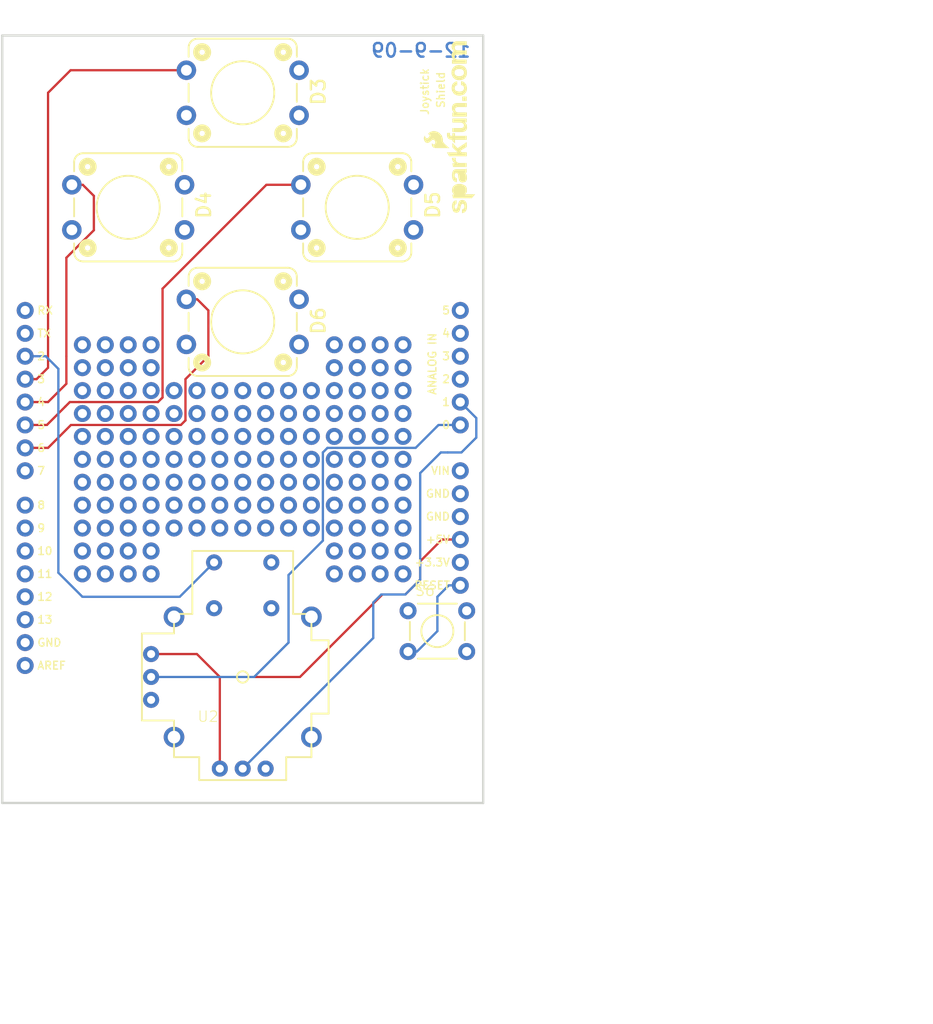
<source format=kicad_pcb>
(kicad_pcb (version 20211014) (generator pcbnew)
  (layers (0 "F.Cu" signal) (31 "B.Cu" signal) (34 "B.Paste" user) (35 "F.Paste" user) (36 "B.SilkS" user "B.Silkscreen") (37 "F.SilkS" user "F.Silkscreen") (38 "B.Mask" user) (39 "F.Mask" user) (44 "Edge.Cuts" user))
  (net 0 "")
  (net 1 "N$1")
  (net 2 "GND")
  (net 3 "5V")
  (net 4 "VERTICAL")
  (net 5 "HORIZONTAL")
  (net 6 "SEL")
  (net 7 "D3")
  (net 8 "D4")
  (net 9 "D5")
  (net 10 "D6")
  (net 11 "N$2")
  (net 12 "N$5")
  (net 13 "N$6")
  (net 14 "N$7")
  (net 15 "N$8")
  (net 16 "N$9")
  (net 17 "N$10")
  (net 18 "N$11")
  (net 19 "N$12")
  (net 20 "N$13")
  (net 21 "N$14")
  (net 22 "N$15")
  (net 23 "N$16")
  (net 24 "N$17")
  (net 25 "N$18")
  (net 26 "N$19")
  (net 27 "N$20")
  (net 28 "N$21")
  (net 29 "N$22")
  (net 30 "N$23")
  (net 31 "N$24")
  (net 32 "N$25")
  (net 33 "N$26")
  (net 34 "N$27")
  (net 35 "N$28")
  (net 36 "N$29")
  (net 37 "N$30")
  (net 38 "N$31")
  (net 39 "N$32")
  (net 40 "N$33")
  (net 41 "N$34")
  (net 42 "N$35")
  (net 43 "N$36")
  (net 44 "N$37")
  (net 45 "N$38")
  (net 46 "N$39")
  (net 47 "N$40")
  (net 48 "N$41")
  (net 49 "N$42")
  (net 50 "N$43")
  (net 51 "N$44")
  (net 52 "N$45")
  (net 53 "N$46")
  (net 54 "N$47")
  (net 55 "N$48")
  (net 56 "N$49")
  (net 57 "N$50")
  (net 58 "N$51")
  (net 59 "N$52")
  (net 60 "N$53")
  (net 61 "N$54")
  (net 62 "N$55")
  (net 63 "N$56")
  (net 64 "N$57")
  (net 65 "N$58")
  (net 66 "N$59")
  (net 67 "N$60")
  (net 68 "N$61")
  (net 69 "N$62")
  (net 70 "N$63")
  (net 71 "N$64")
  (net 72 "N$65")
  (net 73 "N$66")
  (net 74 "N$67")
  (net 75 "N$68")
  (net 76 "N$69")
  (net 77 "N$70")
  (net 78 "N$71")
  (net 79 "N$72")
  (net 80 "N$73")
  (net 81 "N$74")
  (net 82 "N$75")
  (net 83 "N$76")
  (net 84 "N$77")
  (net 85 "N$78")
  (net 86 "N$79")
  (net 87 "N$80")
  (net 88 "N$81")
  (net 89 "N$82")
  (net 90 "N$83")
  (net 91 "N$84")
  (net 92 "N$85")
  (net 93 "N$86")
  (net 94 "N$87")
  (net 95 "N$88")
  (net 96 "N$89")
  (net 97 "N$90")
  (net 98 "N$91")
  (net 99 "N$92")
  (net 100 "N$93")
  (net 101 "N$94")
  (net 102 "N$95")
  (net 103 "N$96")
  (net 104 "N$97")
  (net 105 "N$98")
  (net 106 "N$99")
  (net 107 "N$100")
  (net 108 "N$101")
  (net 109 "N$102")
  (net 110 "N$103")
  (net 111 "N$104")
  (net 112 "N$105")
  (net 113 "N$106")
  (net 114 "N$107")
  (net 115 "N$108")
  (net 116 "N$109")
  (net 117 "N$110")
  (net 118 "N$111")
  (net 119 "N$112")
  (net 120 "N$113")
  (net 121 "N$114")
  (net 122 "N$115")
  (net 123 "N$116")
  (net 124 "N$117")
  (net 125 "N$118")
  (net 126 "N$119")
  (net 127 "N$120")
  (net 128 "N$121")
  (net 129 "N$122")
  (net 130 "N$123")
  (net 131 "N$124")
  (net 132 "N$125")
  (net 133 "N$126")
  (net 134 "N$127")
  (net 135 "N$128")
  (net 136 "N$129")
  (net 137 "N$130")
  (net 138 "N$131")
  (net 139 "N$132")
  (net 140 "N$133")
  (net 141 "N$134")
  (net 142 "N$135")
  (net 143 "N$136")
  (net 144 "N$137")
  (net 145 "N$138")
  (net 146 "N$139")
  (net 147 "N$140")
  (net 148 "A2")
  (net 149 "A3")
  (net 150 "A4")
  (net 151 "A5")
  (net 152 "VIN")
  (net 153 "3.3V")
  (net 154 "AREF")
  (net 155 "RX")
  (net 156 "TX")
  (net 157 "D7")
  (net 158 "D8")
  (net 159 "D9")
  (net 160 "D10")
  (net 161 "D11")
  (net 162 "D12")
  (net 163 "D13")
  (footprint "boardEagle:TACTILE-PTH-12MM" (layer "F.Cu") (at 161.2011 81.5086 180)
    (fp_text reference "S3" hide)
    (fp_text value "" hide)
    (pad "1" thru_hole circle (at 6.25 2.5 180) (size 2.159 2.159) (drill 1.2) (layers *.Cu *.Mask) (net 9 "D5"))
    (pad "2" thru_hole circle (at -6.25 2.5 180) (size 2.159 2.159) (drill 1.2) (layers *.Cu *.Mask))
    (pad "3" thru_hole circle (at 6.25 -2.5 180) (size 2.159 2.159) (drill 1.2) (layers *.Cu *.Mask) (net 2 "GND"))
    (pad "4" thru_hole circle (at -6.25 -2.5 180) (size 2.159 2.159) (drill 1.2) (layers *.Cu *.Mask))
  )
  (footprint "boardEagle:DUEMILANOVE_SHIELD" (layer "F.Cu") (at 121.8311 147.5486)
    (fp_text reference "U1" hide)
    (fp_text value "ARDUINO_SHIELD" hide)
    (fp_text user "3" (at 3.81 -46.482) (layer "F.SilkS") (effects (font (size 0.8636 0.8636) (thickness 0.1524)) (justify left bottom)))
    (fp_text user "8" (at 3.81 -32.512) (layer "F.SilkS") (effects (font (size 0.8636 0.8636) (thickness 0.1524)) (justify left bottom)))
    (fp_text user "11" (at 3.81 -24.892) (layer "F.SilkS") (effects (font (size 0.8636 0.8636) (thickness 0.1524)) (justify left bottom)))
    (fp_text user "9" (at 3.81 -29.972) (layer "F.SilkS") (effects (font (size 0.8636 0.8636) (thickness 0.1524)) (justify left bottom)))
    (fp_text user "12" (at 3.81 -22.352) (layer "F.SilkS") (effects (font (size 0.8636 0.8636) (thickness 0.1524)) (justify left bottom)))
    (fp_text user "RESET" (at 49.7332 -24.638) (layer "F.SilkS") (effects (font (size 0.8636 0.8636) (thickness 0.1524)) (justify right top)))
    (fp_text user "13" (at 3.81 -19.812) (layer "F.SilkS") (effects (font (size 0.8636 0.8636) (thickness 0.1524)) (justify left bottom)))
    (fp_text user "6" (at 3.81 -38.862) (layer "F.SilkS") (effects (font (size 0.8636 0.8636) (thickness 0.1524)) (justify left bottom)))
    (fp_text user "2" (at 3.81 -49.022) (layer "F.SilkS") (effects (font (size 0.8636 0.8636) (thickness 0.1524)) (justify left bottom)))
    (fp_text user "VIN" (at 49.7332 -37.338) (layer "F.SilkS") (effects (font (size 0.8636 0.8636) (thickness 0.1524)) (justify right top)))
    (fp_text user "0" (at 49.7332 -42.418) (layer "F.SilkS") (effects (font (size 0.8636 0.8636) (thickness 0.1524)) (justify right top)))
    (fp_text user "4" (at 3.81 -43.942) (layer "F.SilkS") (effects (font (size 0.8636 0.8636) (thickness 0.1524)) (justify left bottom)))
    (fp_text user "5" (at 49.7332 -55.118) (layer "F.SilkS") (effects (font (size 0.8636 0.8636) (thickness 0.1524)) (justify right top)))
    (fp_text user "4" (at 49.7332 -52.578) (layer "F.SilkS") (effects (font (size 0.8636 0.8636) (thickness 0.1524)) (justify right top)))
    (fp_text user "GND" (at 49.7332 -32.258) (layer "F.SilkS") (effects (font (size 0.8636 0.8636) (thickness 0.1524)) (justify right top)))
    (fp_text user "10" (at 3.81 -27.432) (layer "F.SilkS") (effects (font (size 0.8636 0.8636) (thickness 0.1524)) (justify left bottom)))
    (fp_text user "AREF" (at 3.81 -14.732) (layer "F.SilkS") (effects (font (size 0.8636 0.8636) (thickness 0.1524)) (justify left bottom)))
    (fp_text user "7" (at 3.81 -36.322) (layer "F.SilkS") (effects (font (size 0.8636 0.8636) (thickness 0.1524)) (justify left bottom)))
    (fp_text user "GND" (at 3.81 -17.272) (layer "F.SilkS") (effects (font (size 0.8636 0.8636) (thickness 0.1524)) (justify left bottom)))
    (fp_text user "5" (at 3.81 -41.402) (layer "F.SilkS") (effects (font (size 0.8636 0.8636) (thickness 0.1524)) (justify left bottom)))
    (fp_text user "3" (at 49.7332 -50.038) (layer "F.SilkS") (effects (font (size 0.8636 0.8636) (thickness 0.1524)) (justify right top)))
    (fp_text user "2" (at 49.7332 -47.498) (layer "F.SilkS") (effects (font (size 0.8636 0.8636) (thickness 0.1524)) (justify right top)))
    (fp_text user "RX" (at 3.81 -54.102) (layer "F.SilkS") (effects (font (size 0.8636 0.8636) (thickness 0.1524)) (justify left bottom)))
    (fp_text user "1" (at 49.7332 -44.958) (layer "F.SilkS") (effects (font (size 0.8636 0.8636) (thickness 0.1524)) (justify right top)))
    (fp_text user "ANALOG IN" (at 47.1932 -52.197 90) (layer "F.SilkS") (effects (font (size 0.8636 0.8636) (thickness 0.1524)) (justify right top)))
    (fp_text user "GND" (at 49.7332 -34.798) (layer "F.SilkS") (effects (font (size 0.8636 0.8636) (thickness 0.1524)) (justify right top)))
    (fp_text user "+5V" (at 49.7332 -29.718) (layer "F.SilkS") (effects (font (size 0.8636 0.8636) (thickness 0.1524)) (justify right top)))
    (fp_text user "+3.3V" (at 49.7332 -27.178) (layer "F.SilkS") (effects (font (size 0.8636 0.8636) (thickness 0.1524)) (justify right top)))
    (fp_text user "TX" (at 3.81 -51.562) (layer "F.SilkS") (effects (font (size 0.8636 0.8636) (thickness 0.1524)) (justify left bottom)))
    (pad "" np_thru_hole circle (at 2.54 -6.35) (size 3.302 3.302) (drill 3.302) (layers *.Cu *.Mask))
    (pad "" np_thru_hole circle (at 45.72 -57.15) (size 3.302 3.302) (drill 3.302) (layers *.Cu *.Mask))
    (pad "3.3V" thru_hole circle (at 50.8 -26.67 90) (size 1.8796 1.8796) (drill 1.016) (layers *.Cu *.Mask) (net 153 "3.3V"))
    (pad "5V" thru_hole circle (at 50.8 -29.21 90) (size 1.8796 1.8796) (drill 1.016) (layers *.Cu *.Mask) (net 3 "5V"))
    (pad "A0" thru_hole circle (at 50.8 -41.91 90) (size 1.8796 1.8796) (drill 1.016) (layers *.Cu *.Mask) (net 4 "VERTICAL"))
    (pad "A1" thru_hole circle (at 50.8 -44.45 90) (size 1.8796 1.8796) (drill 1.016) (layers *.Cu *.Mask) (net 5 "HORIZONTAL"))
    (pad "A2" thru_hole circle (at 50.8 -46.99 90) (size 1.8796 1.8796) (drill 1.016) (layers *.Cu *.Mask) (net 148 "A2"))
    (pad "A3" thru_hole circle (at 50.8 -49.53 90) (size 1.8796 1.8796) (drill 1.016) (layers *.Cu *.Mask) (net 149 "A3"))
    (pad "A4" thru_hole circle (at 50.8 -52.07 90) (size 1.8796 1.8796) (drill 1.016) (layers *.Cu *.Mask) (net 150 "A4"))
    (pad "A5" thru_hole circle (at 50.8 -54.61 90) (size 1.8796 1.8796) (drill 1.016) (layers *.Cu *.Mask) (net 151 "A5"))
    (pad "AREF" thru_hole circle (at 2.54 -15.24 90) (size 1.8796 1.8796) (drill 1.016) (layers *.Cu *.Mask) (net 154 "AREF"))
    (pad "D2" thru_hole circle (at 2.54 -49.53 90) (size 1.8796 1.8796) (drill 1.016) (layers *.Cu *.Mask) (net 6 "SEL"))
    (pad "D3" thru_hole circle (at 2.54 -46.99 90) (size 1.8796 1.8796) (drill 1.016) (layers *.Cu *.Mask) (net 7 "D3"))
    (pad "D4" thru_hole circle (at 2.54 -44.45 90) (size 1.8796 1.8796) (drill 1.016) (layers *.Cu *.Mask) (net 8 "D4"))
    (pad "D5" thru_hole circle (at 2.54 -41.91 90) (size 1.8796 1.8796) (drill 1.016) (layers *.Cu *.Mask) (net 9 "D5"))
    (pad "D6" thru_hole circle (at 2.54 -39.37 90) (size 1.8796 1.8796) (drill 1.016) (layers *.Cu *.Mask) (net 10 "D6"))
    (pad "D7" thru_hole circle (at 2.54 -36.83 90) (size 1.8796 1.8796) (drill 1.016) (layers *.Cu *.Mask) (net 157 "D7"))
    (pad "D8" thru_hole circle (at 2.54 -33.02 90) (size 1.8796 1.8796) (drill 1.016) (layers *.Cu *.Mask) (net 158 "D8"))
    (pad "D9" thru_hole circle (at 2.54 -30.48 90) (size 1.8796 1.8796) (drill 1.016) (layers *.Cu *.Mask) (net 159 "D9"))
    (pad "D10" thru_hole circle (at 2.54 -27.94 90) (size 1.8796 1.8796) (drill 1.016) (layers *.Cu *.Mask) (net 160 "D10"))
    (pad "D11" thru_hole circle (at 2.54 -25.4 90) (size 1.8796 1.8796) (drill 1.016) (layers *.Cu *.Mask) (net 161 "D11"))
    (pad "D12" thru_hole circle (at 2.54 -22.86 90) (size 1.8796 1.8796) (drill 1.016) (layers *.Cu *.Mask) (net 162 "D12"))
    (pad "D13" thru_hole circle (at 2.54 -20.32 90) (size 1.8796 1.8796) (drill 1.016) (layers *.Cu *.Mask) (net 163 "D13"))
    (pad "GND@0" thru_hole circle (at 50.8 -31.75 90) (size 1.8796 1.8796) (drill 1.016) (layers *.Cu *.Mask) (net 2 "GND"))
    (pad "GND@1" thru_hole circle (at 50.8 -34.29 90) (size 1.8796 1.8796) (drill 1.016) (layers *.Cu *.Mask) (net 2 "GND"))
    (pad "GND@2" thru_hole circle (at 2.54 -17.78 90) (size 1.8796 1.8796) (drill 1.016) (layers *.Cu *.Mask) (net 2 "GND"))
    (pad "RES" thru_hole circle (at 50.8 -24.13 90) (size 1.8796 1.8796) (drill 1.016) (layers *.Cu *.Mask) (net 1 "N$1"))
    (pad "RX" thru_hole circle (at 2.54 -54.61 90) (size 1.8796 1.8796) (drill 1.016) (layers *.Cu *.Mask) (net 155 "RX"))
    (pad "TX" thru_hole circle (at 2.54 -52.07 90) (size 1.8796 1.8796) (drill 1.016) (layers *.Cu *.Mask) (net 156 "TX"))
    (pad "VIN" thru_hole circle (at 50.8 -36.83 90) (size 1.8796 1.8796) (drill 1.016) (layers *.Cu *.Mask) (net 152 "VIN"))
  )
  (footprint "boardEagle:TACTILE-PTH-12MM" (layer "F.Cu") (at 148.5011 94.2086 180)
    (fp_text reference "S4" hide)
    (fp_text value "" hide)
    (pad "1" thru_hole circle (at 6.25 2.5 180) (size 2.159 2.159) (drill 1.2) (layers *.Cu *.Mask) (net 10 "D6"))
    (pad "2" thru_hole circle (at -6.25 2.5 180) (size 2.159 2.159) (drill 1.2) (layers *.Cu *.Mask))
    (pad "3" thru_hole circle (at 6.25 -2.5 180) (size 2.159 2.159) (drill 1.2) (layers *.Cu *.Mask) (net 2 "GND"))
    (pad "4" thru_hole circle (at -6.25 -2.5 180) (size 2.159 2.159) (drill 1.2) (layers *.Cu *.Mask))
  )
  (footprint "boardEagle:TACTILE-PTH-12MM" (layer "F.Cu") (at 135.8011 81.5086 180)
    (fp_text reference "S2" hide)
    (fp_text value "" hide)
    (pad "1" thru_hole circle (at 6.25 2.5 180) (size 2.159 2.159) (drill 1.2) (layers *.Cu *.Mask) (net 8 "D4"))
    (pad "2" thru_hole circle (at -6.25 2.5 180) (size 2.159 2.159) (drill 1.2) (layers *.Cu *.Mask))
    (pad "3" thru_hole circle (at 6.25 -2.5 180) (size 2.159 2.159) (drill 1.2) (layers *.Cu *.Mask) (net 2 "GND"))
    (pad "4" thru_hole circle (at -6.25 -2.5 180) (size 2.159 2.159) (drill 1.2) (layers *.Cu *.Mask))
  )
  (footprint "boardEagle:CREATIVE_COMMONS" (layer "F.Cu") (at 142.1511 171.6786)
    (fp_text reference "U$3" hide)
    (fp_text value "CREATIVE_COMMONS" hide)
  )
  (footprint "boardEagle:TACTILE-PTH" (layer "F.Cu") (at 170.0911 128.4986)
    (fp_text reference "S6" (at -2.54 -3.81) (layer "F.SilkS") (effects (font (size 1.143 1.143) (thickness 0.127)) (justify left bottom)))
    (fp_text value "Reset" hide)
    (pad "1" thru_hole circle (at -3.2512 -2.2606) (size 1.8796 1.8796) (drill 1.016) (layers *.Cu *.Mask) (net 2 "GND"))
    (pad "2" thru_hole circle (at 3.2512 -2.2606) (size 1.8796 1.8796) (drill 1.016) (layers *.Cu *.Mask))
    (pad "3" thru_hole circle (at -3.2512 2.2606) (size 1.8796 1.8796) (drill 1.016) (layers *.Cu *.Mask) (net 1 "N$1"))
    (pad "4" thru_hole circle (at 3.2512 2.2606) (size 1.8796 1.8796) (drill 1.016) (layers *.Cu *.Mask))
  )
  (footprint "boardEagle:SFE-NEW-WEBLOGO" (layer "F.Cu") (at 174.2821 82.1436 90)
    (fp_text reference "JP1" hide)
    (fp_text value "LOGO-SFENEW" hide)
  )
  (footprint "boardEagle:JOYSTICK" (layer "F.Cu") (at 148.5011 133.5786)
    (fp_text reference "U2" (at -5.08 5.08) (layer "F.SilkS") (effects (font (size 1.1684 1.1684) (thickness 0.1016)) (justify left bottom)))
    (fp_text value "JOYSTICK")
    (pad "B1A" thru_hole circle (at -3.175 -12.7) (size 1.778 1.778) (drill 0.9) (layers *.Cu *.Mask) (net 6 "SEL"))
    (pad "B1B" thru_hole circle (at 3.175 -12.7) (size 1.778 1.778) (drill 0.9) (layers *.Cu *.Mask))
    (pad "B2A" thru_hole circle (at -3.175 -7.62) (size 1.778 1.778) (drill 0.9) (layers *.Cu *.Mask) (net 2 "GND"))
    (pad "B2B" thru_hole circle (at 3.175 -7.62) (size 1.778 1.778) (drill 0.9) (layers *.Cu *.Mask))
    (pad "H1" thru_hole circle (at -2.54 10.16) (size 1.778 1.778) (drill 0.889) (layers *.Cu *.Mask) (net 3 "5V"))
    (pad "H2" thru_hole circle (at 0 10.16) (size 1.778 1.778) (drill 0.889) (layers *.Cu *.Mask) (net 5 "HORIZONTAL"))
    (pad "H3" thru_hole circle (at 2.54 10.16) (size 1.778 1.778) (drill 0.889) (layers *.Cu *.Mask) (net 2 "GND"))
    (pad "MOUNT1" thru_hole circle (at -7.62 -6.6675) (size 2.286 2.286) (drill 1.397) (layers *.Cu *.Mask))
    (pad "MOUNT2" thru_hole circle (at -7.62 6.6675) (size 2.286 2.286) (drill 1.397) (layers *.Cu *.Mask))
    (pad "MOUNT3" thru_hole circle (at 7.62 6.6675) (size 2.286 2.286) (drill 1.397) (layers *.Cu *.Mask))
    (pad "MOUNT4" thru_hole circle (at 7.62 -6.6675) (size 2.286 2.286) (drill 1.397) (layers *.Cu *.Mask))
    (pad "V1" thru_hole circle (at -10.16 -2.54) (size 1.778 1.778) (drill 0.889) (layers *.Cu *.Mask) (net 3 "5V"))
    (pad "V2" thru_hole circle (at -10.16 0) (size 1.778 1.778) (drill 0.889) (layers *.Cu *.Mask) (net 4 "VERTICAL"))
    (pad "V3" thru_hole circle (at -10.16 2.54) (size 1.778 1.778) (drill 0.889) (layers *.Cu *.Mask) (net 2 "GND"))
  )
  (footprint "boardEagle:TACTILE-PTH-12MM" (layer "F.Cu") (at 148.5011 68.8086 180)
    (fp_text reference "S1" hide)
    (fp_text value "" hide)
    (pad "1" thru_hole circle (at 6.25 2.5 180) (size 2.159 2.159) (drill 1.2) (layers *.Cu *.Mask) (net 7 "D3"))
    (pad "2" thru_hole circle (at -6.25 2.5 180) (size 2.159 2.159) (drill 1.2) (layers *.Cu *.Mask))
    (pad "3" thru_hole circle (at 6.25 -2.5 180) (size 2.159 2.159) (drill 1.2) (layers *.Cu *.Mask) (net 2 "GND"))
    (pad "4" thru_hole circle (at -6.25 -2.5 180) (size 2.159 2.159) (drill 1.2) (layers *.Cu *.Mask))
  )
  (gr_line (start 175.1711 62.4586) (end 175.1711 147.5486) (layer "Edge.Cuts") (width 0.254))
  (gr_line (start 121.8311 147.5486) (end 121.8311 62.4586) (layer "Edge.Cuts") (width 0.254))
  (gr_line (start 121.8311 62.4586) (end 175.1711 62.4586) (layer "Edge.Cuts") (width 0.254))
  (gr_line (start 175.1711 147.5486) (end 121.8311 147.5486) (layer "Edge.Cuts") (width 0.254))
  (gr_text "12-9-09" (at 173.9011 64.9986) (layer "B.Cu") (effects (font (size 1.5113 1.5113) (thickness 0.2667)) (justify left bottom mirror)))
  (gr_text "Shield" (at 170.9801 70.5866 90) (layer "F.SilkS") (effects (font (size 0.8636 0.8636) (thickness 0.1524)) (justify left bottom)))
  (gr_text "D6" (at 157.7721 95.7326 90) (layer "F.SilkS") (effects (font (size 1.5113 1.5113) (thickness 0.2667)) (justify left bottom)))
  (gr_text "D4" (at 145.0721 82.9056 90) (layer "F.SilkS") (effects (font (size 1.5113 1.5113) (thickness 0.2667)) (justify left bottom)))
  (gr_text "D5" (at 170.4721 82.9056 90) (layer "F.SilkS") (effects (font (size 1.5113 1.5113) (thickness 0.2667)) (justify left bottom)))
  (gr_text "D3" (at 157.7721 70.3326 90) (layer "F.SilkS") (effects (font (size 1.5113 1.5113) (thickness 0.2667)) (justify left bottom)))
  (gr_text "Joystick" (at 169.2021 71.3486 90) (layer "F.SilkS") (effects (font (size 0.8636 0.8636) (thickness 0.1524)) (justify left bottom)))
  (segment (start 171.3611 123.4186) (end 172.6311 123.4186) (width 0.254) (layer "B.Cu") (net 1))
  (segment (start 166.8399 130.7592) (end 167.8305 130.7592) (width 0.254) (layer "B.Cu") (net 1))
  (segment (start 170.0911 128.4986) (end 170.0911 124.6886) (width 0.254) (layer "B.Cu") (net 1))
  (segment (start 167.8305 130.7592) (end 170.0911 128.4986) (width 0.254) (layer "B.Cu") (net 1))
  (segment (start 170.0911 124.6886) (end 171.3611 123.4186) (width 0.254) (layer "B.Cu") (net 1))
  (segment (start 153.8351 133.5786) (end 154.8511 133.5786) (width 0.254) (layer "F.Cu") (net 3))
  (segment (start 154.8511 133.5786) (end 163.9951 124.4346) (width 0.254) (layer "F.Cu") (net 3))
  (segment (start 168.1861 120.7516) (end 170.5991 118.3386) (width 0.254) (layer "F.Cu") (net 3))
  (segment (start 170.5991 118.3386) (end 171.3611 118.3386) (width 0.254) (layer "F.Cu") (net 3))
  (segment (start 145.9611 143.7386) (end 145.9611 133.5786) (width 0.254) (layer "F.Cu") (net 3))
  (segment (start 168.1861 122.7836) (end 168.1861 120.7516) (width 0.254) (layer "F.Cu") (net 3))
  (segment (start 171.3611 118.3386) (end 172.6311 118.3386) (width 0.254) (layer "F.Cu") (net 3))
  (segment (start 153.5811 133.5786) (end 153.8351 133.5786) (width 0.254) (layer "F.Cu") (net 3))
  (segment (start 143.4211 131.0386) (end 138.3411 131.0386) (width 0.254) (layer "F.Cu") (net 3))
  (segment (start 163.9951 124.4346) (end 166.5351 124.4346) (width 0.254) (layer "F.Cu") (net 3))
  (segment (start 145.9611 133.5786) (end 153.5811 133.5786) (width 0.254) (layer "F.Cu") (net 3))
  (segment (start 166.5351 124.4346) (end 168.1861 122.7836) (width 0.254) (layer "F.Cu") (net 3))
  (segment (start 145.9611 133.5786) (end 143.4211 131.0386) (width 0.254) (layer "F.Cu") (net 3))
  (segment (start 170.0911 105.7656) (end 170.2181 105.6386) (width 0.254) (layer "B.Cu") (net 4))
  (segment (start 157.3911 116.1796) (end 157.3911 108.6866) (width 0.254) (layer "B.Cu") (net 4))
  (segment (start 170.2181 105.6386) (end 172.6311 105.6386) (width 0.254) (layer "B.Cu") (net 4))
  (segment (start 167.6781 108.1786) (end 169.9641 105.8926) (width 0.254) (layer "B.Cu") (net 4))
  (segment (start 169.9641 105.8926) (end 170.0911 105.7656) (width 0.254) (layer "B.Cu") (net 4))
  (segment (start 157.2641 118.5926) (end 157.3911 118.4656) (width 0.254) (layer "B.Cu") (net 4))
  (segment (start 138.3411 133.5786) (end 149.7711 133.5786) (width 0.254) (layer "B.Cu") (net 4))
  (segment (start 157.8991 108.1786) (end 167.6781 108.1786) (width 0.254) (layer "B.Cu") (net 4))
  (segment (start 149.7711 133.5786) (end 153.5811 129.7686) (width 0.254) (layer "B.Cu") (net 4))
  (segment (start 157.3911 118.4656) (end 157.3911 116.1796) (width 0.254) (layer "B.Cu") (net 4))
  (segment (start 157.3911 108.6866) (end 157.8991 108.1786) (width 0.254) (layer "B.Cu") (net 4))
  (segment (start 153.5811 122.2756) (end 157.2641 118.5926) (width 0.254) (layer "B.Cu") (net 4))
  (segment (start 153.5811 129.7686) (end 153.5811 122.2756) (width 0.254) (layer "B.Cu") (net 4))
  (segment (start 174.4091 104.8766) (end 172.6311 103.0986) (width 0.254) (layer "B.Cu") (net 5))
  (segment (start 171.2341 108.6866) (end 172.7581 108.6866) (width 0.254) (layer "B.Cu") (net 5))
  (segment (start 174.4091 107.0356) (end 174.4091 104.8766) (width 0.254) (layer "B.Cu") (net 5))
  (segment (start 148.5011 143.7386) (end 162.9791 129.2606) (width 0.254) (layer "B.Cu") (net 5))
  (segment (start 170.4721 108.6866) (end 171.2341 108.6866) (width 0.254) (layer "B.Cu") (net 5))
  (segment (start 168.1861 110.9726) (end 170.4721 108.6866) (width 0.254) (layer "B.Cu") (net 5))
  (segment (start 162.9791 129.2606) (end 162.9791 125.3236) (width 0.254) (layer "B.Cu") (net 5))
  (segment (start 162.9791 125.3236) (end 163.8681 124.4346) (width 0.254) (layer "B.Cu") (net 5))
  (segment (start 163.8681 124.4346) (end 166.5351 124.4346) (width 0.254) (layer "B.Cu") (net 5))
  (segment (start 168.1861 122.7836) (end 168.1861 110.9726) (width 0.254) (layer "B.Cu") (net 5))
  (segment (start 172.7581 108.6866) (end 174.4091 107.0356) (width 0.254) (layer "B.Cu") (net 5))
  (segment (start 166.5351 124.4346) (end 168.1861 122.7836) (width 0.254) (layer "B.Cu") (net 5))
  (segment (start 130.7211 124.6886) (end 140.8811 124.6886) (width 0.254) (layer "B.Cu") (net 6))
  (segment (start 140.8811 124.6886) (end 141.5161 124.6886) (width 0.254) (layer "B.Cu") (net 6))
  (segment (start 128.0541 122.0216) (end 130.7211 124.6886) (width 0.254) (layer "B.Cu") (net 6))
  (segment (start 141.5161 124.6886) (end 145.3261 120.8786) (width 0.254) (layer "B.Cu") (net 6))
  (segment (start 128.0541 99.4156) (end 126.6571 98.0186) (width 0.254) (layer "B.Cu") (net 6))
  (segment (start 128.0541 122.0216) (end 128.0541 99.4156) (width 0.254) (layer "B.Cu") (net 6))
  (segment (start 126.6571 98.0186) (end 124.3711 98.0186) (width 0.254) (layer "B.Cu") (net 6))
  (segment (start 129.4111 66.3086) (end 142.2511 66.3086) (width 0.254) (layer "F.Cu") (net 7))
  (segment (start 126.9111 68.8086) (end 129.4111 66.3086) (width 0.254) (layer "F.Cu") (net 7))
  (segment (start 126.9111 99.2886) (end 126.9111 68.8086) (width 0.254) (layer "F.Cu") (net 7))
  (segment (start 124.3711 100.5586) (end 125.6411 100.5586) (width 0.254) (layer "F.Cu") (net 7))
  (segment (start 125.6411 100.5586) (end 126.9111 99.2886) (width 0.254) (layer "F.Cu") (net 7))
  (segment (start 129.3241 86.7156) (end 129.4511 86.5886) (width 0.254) (layer "F.Cu") (net 8))
  (segment (start 131.9911 84.0486) (end 131.9911 80.2386) (width 0.254) (layer "F.Cu") (net 8))
  (segment (start 129.4511 86.5886) (end 131.9911 84.0486) (width 0.254) (layer "F.Cu") (net 8))
  (segment (start 128.9431 101.0666) (end 128.9431 98.0186) (width 0.254) (layer "F.Cu") (net 8))
  (segment (start 130.7611 79.0086) (end 129.5511 79.0086) (width 0.254) (layer "F.Cu") (net 8))
  (segment (start 131.9911 80.2386) (end 130.7611 79.0086) (width 0.254) (layer "F.Cu") (net 8))
  (segment (start 128.9431 98.0186) (end 128.9431 87.0966) (width 0.254) (layer "F.Cu") (net 8))
  (segment (start 124.3711 103.0986) (end 126.9111 103.0986) (width 0.254) (layer "F.Cu") (net 8))
  (segment (start 128.9431 87.0966) (end 129.3241 86.7156) (width 0.254) (layer "F.Cu") (net 8))
  (segment (start 126.9111 103.0986) (end 128.9431 101.0666) (width 0.254) (layer "F.Cu") (net 8))
  (segment (start 139.1031 103.0986) (end 139.4841 102.7176) (width 0.254) (layer "F.Cu") (net 9))
  (segment (start 143.8021 86.3346) (end 151.1281 79.0086) (width 0.254) (layer "F.Cu") (net 9))
  (segment (start 139.4841 102.7176) (end 139.6111 102.5906) (width 0.254) (layer "F.Cu") (net 9))
  (segment (start 151.1281 79.0086) (end 154.9511 79.0086) (width 0.254) (layer "F.Cu") (net 9))
  (segment (start 139.6111 102.5906) (end 139.6111 101.8286) (width 0.254) (layer "F.Cu") (net 9))
  (segment (start 139.6111 90.5256) (end 143.6751 86.4616) (width 0.254) (layer "F.Cu") (net 9))
  (segment (start 124.3711 105.6386) (end 126.7841 105.6386) (width 0.254) (layer "F.Cu") (net 9))
  (segment (start 130.3401 103.0986) (end 139.1031 103.0986) (width 0.254) (layer "F.Cu") (net 9))
  (segment (start 128.8161 103.6066) (end 129.3241 103.0986) (width 0.254) (layer "F.Cu") (net 9))
  (segment (start 139.6111 101.8286) (end 139.6111 90.5256) (width 0.254) (layer "F.Cu") (net 9))
  (segment (start 126.7841 105.6386) (end 128.8161 103.6066) (width 0.254) (layer "F.Cu") (net 9))
  (segment (start 129.3241 103.0986) (end 130.3401 103.0986) (width 0.254) (layer "F.Cu") (net 9))
  (segment (start 143.6751 86.4616) (end 143.8021 86.3346) (width 0.254) (layer "F.Cu") (net 9))
  (segment (start 143.4611 91.7086) (end 142.2511 91.7086) (width 0.254) (layer "F.Cu") (net 10))
  (segment (start 144.6911 92.9386) (end 143.4611 91.7086) (width 0.254) (layer "F.Cu") (net 10))
  (segment (start 141.6431 105.6386) (end 142.1511 105.1306) (width 0.254) (layer "F.Cu") (net 10))
  (segment (start 142.1511 105.1306) (end 142.1511 100.5586) (width 0.254) (layer "F.Cu") (net 10))
  (segment (start 124.3711 108.1786) (end 126.9111 108.1786) (width 0.254) (layer "F.Cu") (net 10))
  (segment (start 129.4511 105.6386) (end 141.6431 105.6386) (width 0.254) (layer "F.Cu") (net 10))
  (segment (start 142.1511 100.5586) (end 144.6911 98.0186) (width 0.254) (layer "F.Cu") (net 10))
  (segment (start 126.9111 108.1786) (end 129.4511 105.6386) (width 0.254) (layer "F.Cu") (net 10))
  (segment (start 144.6911 98.0186) (end 144.6911 92.9386) (width 0.254) (layer "F.Cu") (net 10))
  (via (at 148.5011 117.0686) (size 1.8796) (drill 1.016) (layers "F.Cu" "B.Cu") (net 11))
  (via (at 148.5011 114.5286) (size 1.8796) (drill 1.016) (layers "F.Cu" "B.Cu") (net 12))
  (via (at 148.5011 111.9886) (size 1.8796) (drill 1.016) (layers "F.Cu" "B.Cu") (net 13))
  (via (at 148.5011 109.4486) (size 1.8796) (drill 1.016) (layers "F.Cu" "B.Cu") (net 14))
  (via (at 148.5011 106.9086) (size 1.8796) (drill 1.016) (layers "F.Cu" "B.Cu") (net 15))
  (via (at 148.5011 104.3686) (size 1.8796) (drill 1.016) (layers "F.Cu" "B.Cu") (net 16))
  (via (at 148.5011 101.8286) (size 1.8796) (drill 1.016) (layers "F.Cu" "B.Cu") (net 17))
  (via (at 151.0411 117.0686) (size 1.8796) (drill 1.016) (layers "F.Cu" "B.Cu") (net 18))
  (via (at 151.0411 114.5286) (size 1.8796) (drill 1.016) (layers "F.Cu" "B.Cu") (net 19))
  (via (at 151.0411 111.9886) (size 1.8796) (drill 1.016) (layers "F.Cu" "B.Cu") (net 20))
  (via (at 151.0411 109.4486) (size 1.8796) (drill 1.016) (layers "F.Cu" "B.Cu") (net 21))
  (via (at 151.0411 106.9086) (size 1.8796) (drill 1.016) (layers "F.Cu" "B.Cu") (net 22))
  (via (at 151.0411 104.3686) (size 1.8796) (drill 1.016) (layers "F.Cu" "B.Cu") (net 23))
  (via (at 151.0411 101.8286) (size 1.8796) (drill 1.016) (layers "F.Cu" "B.Cu") (net 24))
  (via (at 153.5811 101.8286) (size 1.8796) (drill 1.016) (layers "F.Cu" "B.Cu") (net 25))
  (via (at 153.5811 104.3686) (size 1.8796) (drill 1.016) (layers "F.Cu" "B.Cu") (net 26))
  (via (at 153.5811 106.9086) (size 1.8796) (drill 1.016) (layers "F.Cu" "B.Cu") (net 27))
  (via (at 153.5811 109.4486) (size 1.8796) (drill 1.016) (layers "F.Cu" "B.Cu") (net 28))
  (via (at 153.5811 111.9886) (size 1.8796) (drill 1.016) (layers "F.Cu" "B.Cu") (net 29))
  (via (at 153.5811 114.5286) (size 1.8796) (drill 1.016) (layers "F.Cu" "B.Cu") (net 30))
  (via (at 153.5811 117.0686) (size 1.8796) (drill 1.016) (layers "F.Cu" "B.Cu") (net 31))
  (via (at 156.1211 117.0686) (size 1.8796) (drill 1.016) (layers "F.Cu" "B.Cu") (net 32))
  (via (at 156.1211 114.5286) (size 1.8796) (drill 1.016) (layers "F.Cu" "B.Cu") (net 33))
  (via (at 156.1211 111.9886) (size 1.8796) (drill 1.016) (layers "F.Cu" "B.Cu") (net 34))
  (via (at 156.1211 109.4486) (size 1.8796) (drill 1.016) (layers "F.Cu" "B.Cu") (net 35))
  (via (at 156.1211 106.9086) (size 1.8796) (drill 1.016) (layers "F.Cu" "B.Cu") (net 36))
  (via (at 156.1211 104.3686) (size 1.8796) (drill 1.016) (layers "F.Cu" "B.Cu") (net 37))
  (via (at 156.1211 101.8286) (size 1.8796) (drill 1.016) (layers "F.Cu" "B.Cu") (net 38))
  (via (at 158.6611 117.0686) (size 1.8796) (drill 1.016) (layers "F.Cu" "B.Cu") (net 39))
  (via (at 158.6611 114.5286) (size 1.8796) (drill 1.016) (layers "F.Cu" "B.Cu") (net 40))
  (via (at 158.6611 111.9886) (size 1.8796) (drill 1.016) (layers "F.Cu" "B.Cu") (net 41))
  (via (at 158.6611 109.4486) (size 1.8796) (drill 1.016) (layers "F.Cu" "B.Cu") (net 42))
  (via (at 158.6611 106.9086) (size 1.8796) (drill 1.016) (layers "F.Cu" "B.Cu") (net 43))
  (via (at 158.6611 104.3686) (size 1.8796) (drill 1.016) (layers "F.Cu" "B.Cu") (net 44))
  (via (at 158.6611 101.8286) (size 1.8796) (drill 1.016) (layers "F.Cu" "B.Cu") (net 45))
  (via (at 161.2011 101.8286) (size 1.8796) (drill 1.016) (layers "F.Cu" "B.Cu") (net 46))
  (via (at 161.2011 104.3686) (size 1.8796) (drill 1.016) (layers "F.Cu" "B.Cu") (net 47))
  (via (at 161.2011 106.9086) (size 1.8796) (drill 1.016) (layers "F.Cu" "B.Cu") (net 48))
  (via (at 161.2011 109.4486) (size 1.8796) (drill 1.016) (layers "F.Cu" "B.Cu") (net 49))
  (via (at 161.2011 111.9886) (size 1.8796) (drill 1.016) (layers "F.Cu" "B.Cu") (net 50))
  (via (at 161.2011 114.5286) (size 1.8796) (drill 1.016) (layers "F.Cu" "B.Cu") (net 51))
  (via (at 161.2011 117.0686) (size 1.8796) (drill 1.016) (layers "F.Cu" "B.Cu") (net 52))
  (via (at 145.9611 117.0686) (size 1.8796) (drill 1.016) (layers "F.Cu" "B.Cu") (net 53))
  (via (at 145.9611 114.5286) (size 1.8796) (drill 1.016) (layers "F.Cu" "B.Cu") (net 54))
  (via (at 145.9611 111.9886) (size 1.8796) (drill 1.016) (layers "F.Cu" "B.Cu") (net 55))
  (via (at 145.9611 109.4486) (size 1.8796) (drill 1.016) (layers "F.Cu" "B.Cu") (net 56))
  (via (at 145.9611 106.9086) (size 1.8796) (drill 1.016) (layers "F.Cu" "B.Cu") (net 57))
  (via (at 145.9611 104.3686) (size 1.8796) (drill 1.016) (layers "F.Cu" "B.Cu") (net 58))
  (via (at 145.9611 101.8286) (size 1.8796) (drill 1.016) (layers "F.Cu" "B.Cu") (net 59))
  (via (at 143.4211 101.8286) (size 1.8796) (drill 1.016) (layers "F.Cu" "B.Cu") (net 60))
  (via (at 143.4211 104.3686) (size 1.8796) (drill 1.016) (layers "F.Cu" "B.Cu") (net 61))
  (via (at 143.4211 109.4486) (size 1.8796) (drill 1.016) (layers "F.Cu" "B.Cu") (net 62))
  (via (at 143.4211 111.9886) (size 1.8796) (drill 1.016) (layers "F.Cu" "B.Cu") (net 63))
  (via (at 143.4211 114.5286) (size 1.8796) (drill 1.016) (layers "F.Cu" "B.Cu") (net 64))
  (via (at 143.4211 117.0686) (size 1.8796) (drill 1.016) (layers "F.Cu" "B.Cu") (net 65))
  (via (at 140.8811 117.0686) (size 1.8796) (drill 1.016) (layers "F.Cu" "B.Cu") (net 66))
  (via (at 140.8811 114.5286) (size 1.8796) (drill 1.016) (layers "F.Cu" "B.Cu") (net 67))
  (via (at 140.8811 111.9886) (size 1.8796) (drill 1.016) (layers "F.Cu" "B.Cu") (net 68))
  (via (at 140.8811 109.4486) (size 1.8796) (drill 1.016) (layers "F.Cu" "B.Cu") (net 69))
  (via (at 140.8811 106.9086) (size 1.8796) (drill 1.016) (layers "F.Cu" "B.Cu") (net 70))
  (via (at 140.8811 101.8286) (size 1.8796) (drill 1.016) (layers "F.Cu" "B.Cu") (net 71))
  (via (at 138.3411 104.3686) (size 1.8796) (drill 1.016) (layers "F.Cu" "B.Cu") (net 72))
  (via (at 138.3411 106.9086) (size 1.8796) (drill 1.016) (layers "F.Cu" "B.Cu") (net 73))
  (via (at 138.3411 109.4486) (size 1.8796) (drill 1.016) (layers "F.Cu" "B.Cu") (net 74))
  (via (at 138.3411 111.9886) (size 1.8796) (drill 1.016) (layers "F.Cu" "B.Cu") (net 75))
  (via (at 138.3411 114.5286) (size 1.8796) (drill 1.016) (layers "F.Cu" "B.Cu") (net 76))
  (via (at 138.3411 117.0686) (size 1.8796) (drill 1.016) (layers "F.Cu" "B.Cu") (net 77))
  (via (at 163.7411 117.0686) (size 1.8796) (drill 1.016) (layers "F.Cu" "B.Cu") (net 78))
  (via (at 163.7411 114.5286) (size 1.8796) (drill 1.016) (layers "F.Cu" "B.Cu") (net 79))
  (via (at 163.7411 111.9886) (size 1.8796) (drill 1.016) (layers "F.Cu" "B.Cu") (net 80))
  (via (at 163.7411 109.4486) (size 1.8796) (drill 1.016) (layers "F.Cu" "B.Cu") (net 81))
  (via (at 163.7411 106.9086) (size 1.8796) (drill 1.016) (layers "F.Cu" "B.Cu") (net 82))
  (via (at 163.7411 104.3686) (size 1.8796) (drill 1.016) (layers "F.Cu" "B.Cu") (net 83))
  (via (at 163.7411 101.8286) (size 1.8796) (drill 1.016) (layers "F.Cu" "B.Cu") (net 84))
  (via (at 166.2811 101.8286) (size 1.8796) (drill 1.016) (layers "F.Cu" "B.Cu") (net 85))
  (via (at 166.2811 104.3686) (size 1.8796) (drill 1.016) (layers "F.Cu" "B.Cu") (net 86))
  (via (at 166.2811 106.9086) (size 1.8796) (drill 1.016) (layers "F.Cu" "B.Cu") (net 87))
  (via (at 135.8011 117.0686) (size 1.8796) (drill 1.016) (layers "F.Cu" "B.Cu") (net 88))
  (via (at 135.8011 114.5286) (size 1.8796) (drill 1.016) (layers "F.Cu" "B.Cu") (net 89))
  (via (at 135.8011 111.9886) (size 1.8796) (drill 1.016) (layers "F.Cu" "B.Cu") (net 90))
  (via (at 135.8011 109.4486) (size 1.8796) (drill 1.016) (layers "F.Cu" "B.Cu") (net 91))
  (via (at 135.8011 106.9086) (size 1.8796) (drill 1.016) (layers "F.Cu" "B.Cu") (net 92))
  (via (at 135.8011 104.3686) (size 1.8796) (drill 1.016) (layers "F.Cu" "B.Cu") (net 93))
  (via (at 135.8011 101.8286) (size 1.8796) (drill 1.016) (layers "F.Cu" "B.Cu") (net 94))
  (via (at 133.2611 101.8286) (size 1.8796) (drill 1.016) (layers "F.Cu" "B.Cu") (net 95))
  (via (at 133.2611 106.9086) (size 1.8796) (drill 1.016) (layers "F.Cu" "B.Cu") (net 96))
  (via (at 133.2611 109.4486) (size 1.8796) (drill 1.016) (layers "F.Cu" "B.Cu") (net 97))
  (via (at 133.2611 111.9886) (size 1.8796) (drill 1.016) (layers "F.Cu" "B.Cu") (net 98))
  (via (at 133.2611 114.5286) (size 1.8796) (drill 1.016) (layers "F.Cu" "B.Cu") (net 99))
  (via (at 133.2611 117.0686) (size 1.8796) (drill 1.016) (layers "F.Cu" "B.Cu") (net 100))
  (via (at 130.7211 117.0686) (size 1.8796) (drill 1.016) (layers "F.Cu" "B.Cu") (net 101))
  (via (at 130.7211 114.5286) (size 1.8796) (drill 1.016) (layers "F.Cu" "B.Cu") (net 102))
  (via (at 130.7211 111.9886) (size 1.8796) (drill 1.016) (layers "F.Cu" "B.Cu") (net 103))
  (via (at 130.7211 109.4486) (size 1.8796) (drill 1.016) (layers "F.Cu" "B.Cu") (net 104))
  (via (at 130.7211 104.3686) (size 1.8796) (drill 1.016) (layers "F.Cu" "B.Cu") (net 105))
  (via (at 130.7211 101.8286) (size 1.8796) (drill 1.016) (layers "F.Cu" "B.Cu") (net 106))
  (via (at 130.7211 99.2886) (size 1.8796) (drill 1.016) (layers "F.Cu" "B.Cu") (net 107))
  (via (at 133.2611 99.2886) (size 1.8796) (drill 1.016) (layers "F.Cu" "B.Cu") (net 108))
  (via (at 138.3411 99.2886) (size 1.8796) (drill 1.016) (layers "F.Cu" "B.Cu") (net 109))
  (via (at 130.7211 119.6086) (size 1.8796) (drill 1.016) (layers "F.Cu" "B.Cu") (net 110))
  (via (at 133.2611 119.6086) (size 1.8796) (drill 1.016) (layers "F.Cu" "B.Cu") (net 111))
  (via (at 135.8011 119.6086) (size 1.8796) (drill 1.016) (layers "F.Cu" "B.Cu") (net 112))
  (via (at 138.3411 119.6086) (size 1.8796) (drill 1.016) (layers "F.Cu" "B.Cu") (net 113))
  (via (at 138.3411 122.1486) (size 1.8796) (drill 1.016) (layers "F.Cu" "B.Cu") (net 114))
  (via (at 135.8011 122.1486) (size 1.8796) (drill 1.016) (layers "F.Cu" "B.Cu") (net 115))
  (via (at 133.2611 122.1486) (size 1.8796) (drill 1.016) (layers "F.Cu" "B.Cu") (net 116))
  (via (at 130.7211 122.1486) (size 1.8796) (drill 1.016) (layers "F.Cu" "B.Cu") (net 117))
  (via (at 130.7211 96.7486) (size 1.8796) (drill 1.016) (layers "F.Cu" "B.Cu") (net 118))
  (via (at 138.3411 96.7486) (size 1.8796) (drill 1.016) (layers "F.Cu" "B.Cu") (net 119))
  (via (at 158.6611 122.1486) (size 1.8796) (drill 1.016) (layers "F.Cu" "B.Cu") (net 120))
  (via (at 161.2011 122.1486) (size 1.8796) (drill 1.016) (layers "F.Cu" "B.Cu") (net 121))
  (via (at 163.7411 122.1486) (size 1.8796) (drill 1.016) (layers "F.Cu" "B.Cu") (net 122))
  (via (at 163.7411 119.6086) (size 1.8796) (drill 1.016) (layers "F.Cu" "B.Cu") (net 123))
  (via (at 161.2011 119.6086) (size 1.8796) (drill 1.016) (layers "F.Cu" "B.Cu") (net 124))
  (via (at 158.6611 119.6086) (size 1.8796) (drill 1.016) (layers "F.Cu" "B.Cu") (net 125))
  (via (at 158.6611 99.2886) (size 1.8796) (drill 1.016) (layers "F.Cu" "B.Cu") (net 126))
  (via (at 161.2011 99.2886) (size 1.8796) (drill 1.016) (layers "F.Cu" "B.Cu") (net 127))
  (via (at 163.7411 99.2886) (size 1.8796) (drill 1.016) (layers "F.Cu" "B.Cu") (net 128))
  (via (at 166.2811 99.2886) (size 1.8796) (drill 1.016) (layers "F.Cu" "B.Cu") (net 129))
  (via (at 166.2811 96.7486) (size 1.8796) (drill 1.016) (layers "F.Cu" "B.Cu") (net 130))
  (via (at 163.7411 96.7486) (size 1.8796) (drill 1.016) (layers "F.Cu" "B.Cu") (net 131))
  (via (at 161.2011 96.7486) (size 1.8796) (drill 1.016) (layers "F.Cu" "B.Cu") (net 132))
  (via (at 158.6611 96.7486) (size 1.8796) (drill 1.016) (layers "F.Cu" "B.Cu") (net 133))
  (via (at 133.2611 96.7486) (size 1.8796) (drill 1.016) (layers "F.Cu" "B.Cu") (net 134))
  (via (at 135.8011 96.7486) (size 1.8796) (drill 1.016) (layers "F.Cu" "B.Cu") (net 135))
  (via (at 135.8011 99.2886) (size 1.8796) (drill 1.016) (layers "F.Cu" "B.Cu") (net 136))
  (via (at 138.3411 101.8286) (size 1.8796) (drill 1.016) (layers "F.Cu" "B.Cu") (net 137))
  (via (at 133.2611 104.3686) (size 1.8796) (drill 1.016) (layers "F.Cu" "B.Cu") (net 138))
  (via (at 140.8811 104.3686) (size 1.8796) (drill 1.016) (layers "F.Cu" "B.Cu") (net 139))
  (via (at 143.4211 106.9086) (size 1.8796) (drill 1.016) (layers "F.Cu" "B.Cu") (net 140))
  (via (at 130.7211 106.9086) (size 1.8796) (drill 1.016) (layers "F.Cu" "B.Cu") (net 141))
  (via (at 166.2811 122.1486) (size 1.8796) (drill 1.016) (layers "F.Cu" "B.Cu") (net 142))
  (via (at 166.2811 119.6086) (size 1.8796) (drill 1.016) (layers "F.Cu" "B.Cu") (net 143))
  (via (at 166.2811 117.0686) (size 1.8796) (drill 1.016) (layers "F.Cu" "B.Cu") (net 144))
  (via (at 166.2811 114.5286) (size 1.8796) (drill 1.016) (layers "F.Cu" "B.Cu") (net 145))
  (via (at 166.2811 111.9886) (size 1.8796) (drill 1.016) (layers "F.Cu" "B.Cu") (net 146))
  (via (at 166.2811 109.4486) (size 1.8796) (drill 1.016) (layers "F.Cu" "B.Cu") (net 147))
)
</source>
